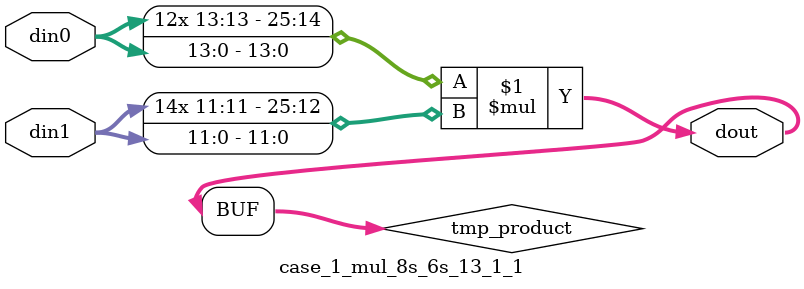
<source format=v>

`timescale 1 ns / 1 ps

 module case_1_mul_8s_6s_13_1_1(din0, din1, dout);
parameter ID = 1;
parameter NUM_STAGE = 0;
parameter din0_WIDTH = 14;
parameter din1_WIDTH = 12;
parameter dout_WIDTH = 26;

input [din0_WIDTH - 1 : 0] din0; 
input [din1_WIDTH - 1 : 0] din1; 
output [dout_WIDTH - 1 : 0] dout;

wire signed [dout_WIDTH - 1 : 0] tmp_product;



























assign tmp_product = $signed(din0) * $signed(din1);








assign dout = tmp_product;





















endmodule

</source>
